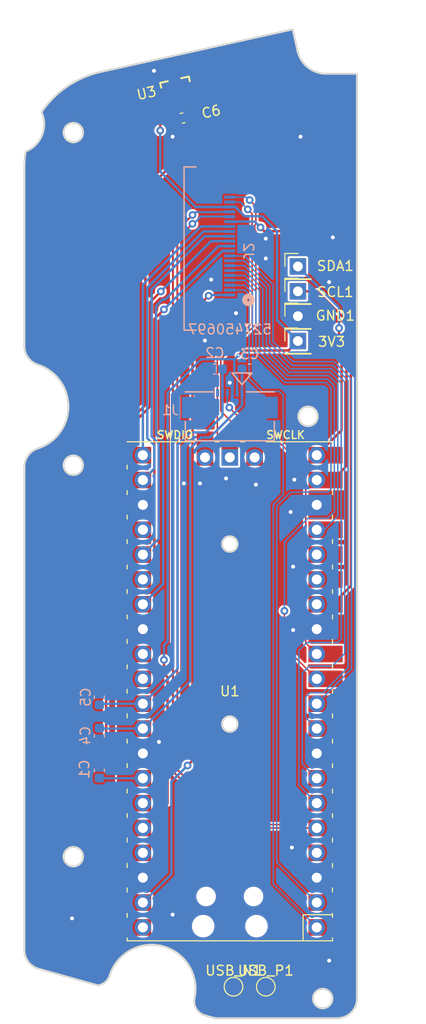
<source format=kicad_pcb>
(kicad_pcb (version 20221018) (generator pcbnew)
  (layers (0 "F.Cu" signal) (31 "B.Cu" signal) (34 "B.Paste" user) (35 "F.Paste" user) (36 "B.SilkS" user "B.Silkscreen") (37 "F.SilkS" user "F.Silkscreen") (38 "B.Mask" user) (39 "F.Mask" user) (44 "Edge.Cuts" user))
  (net 0 "")
  (net 1 "/RZ")
  (net 2 "GND")
  (net 3 "/VR2_OUT")
  (net 4 "/VR1_OUT")
  (net 5 "VCC")
  (net 6 "/A")
  (net 7 "/B")
  (net 8 "/X")
  (net 9 "/Y")
  (net 10 "/MENU")
  (net 11 "/SWITCH")
  (net 12 "/R1")
  (net 13 "/LED")
  (net 14 "/I2C_SDA")
  (net 17 "/I2C_SCL")
  (net 18 "/DISPLAY_SCL")
  (net 19 "/DISPLAY_SDA")
  (net 20 "/DISPLAY_RES")
  (net 21 "/DISPLAY_DC")
  (net 22 "/DISPLAY_CS")
  (net 23 "/USB_P")
  (net 24 "/USB_N")
  (net 25 "+3.3V")
  (net 26 "/PC_SWITCH")
  (net 27 "/SPARE")
  (net 28 "/R3")
  (net 31 "/MPU6050_SDA")
  (net 32 "/MPU6050_SCL")
  (net 39 "/NC")
  (footprint "Connector_PinHeader_2.54mm:PinHeader_1x01_P2.54mm_Vertical" (layer "F.Cu") (at 167.876959 76)
    (fp_text reference "3V3" (at 3.446041 0.073) (layer "F.SilkS"))
    (fp_text value "TestPoint")
    (pad "1" thru_hole rect (at 0 0) (size 1.7 1.7) (drill 1) (layers "*.Cu" "*.Mask") (net 25 "+3.3V"))
  )
  (footprint "Capacitor_SMD:C_0603_1608Metric" (layer "F.Cu") (at 156.083 53.213 -167.5)
    (fp_text reference "C6" (at -2.9892 -0.012272 12.5) (layer "F.SilkS"))
    (fp_text value "0.1uF")
    (pad "1" smd roundrect (at -0.775 0 192.5) (size 0.9 0.95) (layers "F.Cu" "F.Paste" "F.Mask") (net 1 "/RZ"))
    (pad "2" smd roundrect (at 0.775 0 192.5) (size 0.9 0.95) (layers "F.Cu" "F.Paste" "F.Mask") (net 2 "GND"))
  )
  (footprint "TestPoint:TestPoint_Pad_D1.5mm" (layer "F.Cu") (at 164.592 141.986)
    (fp_text reference "USB_P1" (at 0 -1.648) (layer "F.SilkS"))
    (fp_text value "TestPoint")
    (pad "1" smd circle (at 0 0) (size 1.5 1.5) (layers "F.Cu" "F.Mask") (net 23 "/USB_P"))
  )
  (footprint "RPi_Pico:RPi_Pico_SMD_TH" (layer "F.Cu") (at 160.912959 111.795344 180)
    (fp_text reference "U1" (at 0 0) (layer "F.SilkS"))
    (fp_text value "Pico")
    (fp_text user "SWDIO" (at 5.6 26.2) (layer "F.SilkS") (effects (font (size 0.8 0.8))))
    (fp_text user "SWCLK" (at -5.7 26.2) (layer "F.SilkS") (effects (font (size 0.8 0.8))))
    (pad "" np_thru_hole oval (at -2.725 -24 180) (size 1.8 1.8) (drill 1.8) (layers "*.Cu" "*.Mask"))
    (pad "" np_thru_hole oval (at -2.425 -20.97 180) (size 1.5 1.5) (drill 1.5) (layers "*.Cu" "*.Mask"))
    (pad "" np_thru_hole oval (at 2.425 -20.97 180) (size 1.5 1.5) (drill 1.5) (layers "*.Cu" "*.Mask"))
    (pad "" np_thru_hole oval (at 2.725 -24 180) (size 1.8 1.8) (drill 1.8) (layers "*.Cu" "*.Mask"))
    (pad "1" thru_hole oval (at -8.89 -24.13 180) (size 1.7 1.7) (drill 1.02) (layers "*.Cu" "*.Mask") (net 6 "/A"))
    (pad "1" smd rect (at -8.89 -24.13 180) (size 3.5 1.7) (drill (offset -0.9 0)) (layers "F.Cu" "F.Mask") (net 6 "/A"))
    (pad "2" thru_hole oval (at -8.89 -21.59 180) (size 1.7 1.7) (drill 1.02) (layers "*.Cu" "*.Mask") (net 7 "/B"))
    (pad "2" smd rect (at -8.89 -21.59 180) (size 3.5 1.7) (drill (offset -0.9 0)) (layers "F.Cu" "F.Mask") (net 7 "/B"))
    (pad "3" thru_hole rect (at -8.89 -19.05 180) (size 1.7 1.7) (drill 1.02) (layers "*.Cu" "*.Mask") (net 2 "GND"))
    (pad "3" smd rect (at -8.89 -19.05 180) (size 3.5 1.7) (drill (offset -0.9 0)) (layers "F.Cu" "F.Mask") (net 2 "GND"))
    (pad "4" thru_hole oval (at -8.89 -16.51 180) (size 1.7 1.7) (drill 1.02) (layers "*.Cu" "*.Mask") (net 27 "/SPARE"))
    (pad "4" smd rect (at -8.89 -16.51 180) (size 3.5 1.7) (drill (offset -0.9 0)) (layers "F.Cu" "F.Mask") (net 27 "/SPARE"))
    (pad "5" thru_hole oval (at -8.89 -13.97 180) (size 1.7 1.7) (drill 1.02) (layers "*.Cu" "*.Mask") (net 26 "/PC_SWITCH"))
    (pad "5" smd rect (at -8.89 -13.97 180) (size 3.5 1.7) (drill (offset -0.9 0)) (layers "F.Cu" "F.Mask") (net 26 "/PC_SWITCH"))
    (pad "6" thru_hole oval (at -8.89 -11.43 180) (size 1.7 1.7) (drill 1.02) (layers "*.Cu" "*.Mask") (net 10 "/MENU"))
    (pad "6" smd rect (at -8.89 -11.43 180) (size 3.5 1.7) (drill (offset -0.9 0)) (layers "F.Cu" "F.Mask") (net 10 "/MENU"))
    (pad "7" thru_hole oval (at -8.89 -8.89 180) (size 1.7 1.7) (drill 1.02) (layers "*.Cu" "*.Mask") (net 11 "/SWITCH"))
    (pad "7" smd rect (at -8.89 -8.89 180) (size 3.5 1.7) (drill (offset -0.9 0)) (layers "F.Cu" "F.Mask") (net 11 "/SWITCH"))
    (pad "8" thru_hole rect (at -8.89 -6.35 180) (size 1.7 1.7) (drill 1.02) (layers "*.Cu" "*.Mask") (net 2 "GND"))
    (pad "8" smd rect (at -8.89 -6.35 180) (size 3.5 1.7) (drill (offset -0.9 0)) (layers "F.Cu" "F.Mask") (net 2 "GND"))
    (pad "9" thru_hole oval (at -8.89 -3.81 180) (size 1.7 1.7) (drill 1.02) (layers "*.Cu" "*.Mask") (net 12 "/R1"))
    (pad "9" smd rect (at -8.89 -3.81 180) (size 3.5 1.7) (drill (offset -0.9 0)) (layers "F.Cu" "F.Mask") (net 12 "/R1"))
    (pad "10" thru_hole oval (at -8.89 -1.27 180) (size 1.7 1.7) (drill 1.02) (layers "*.Cu" "*.Mask") (net 13 "/LED"))
    (pad "10" smd rect (at -8.89 -1.27 180) (size 3.5 1.7) (drill (offset -0.9 0)) (layers "F.Cu" "F.Mask") (net 13 "/LED"))
    (pad "11" thru_hole oval (at -8.89 1.27 180) (size 1.7 1.7) (drill 1.02) (layers "*.Cu" "*.Mask") (net 8 "/X"))
    (pad "11" smd rect (at -8.89 1.27 180) (size 3.5 1.7) (drill (offset -0.9 0)) (layers "F.Cu" "F.Mask") (net 8 "/X"))
    (pad "12" thru_hole oval (at -8.89 3.81 180) (size 1.7 1.7) (drill 1.02) (layers "*.Cu" "*.Mask") (net 28 "/R3"))
    (pad "12" smd rect (at -8.89 3.81 180) (size 3.5 1.7) (drill (offset -0.9 0)) (layers "F.Cu" "F.Mask") (net 28 "/R3"))
    (pad "13" thru_hole rect (at -8.89 6.35 180) (size 1.7 1.7) (drill 1.02) (layers "*.Cu" "*.Mask") (net 2 "GND"))
    (pad "13" smd rect (at -8.89 6.35 180) (size 3.5 1.7) (drill (offset -0.9 0)) (layers "F.Cu" "F.Mask") (net 2 "GND"))
    (pad "14" thru_hole oval (at -8.89 8.89 180) (size 1.7 1.7) (drill 1.02) (layers "*.Cu" "*.Mask") (net 22 "/DISPLAY_CS"))
    (pad "14" smd rect (at -8.89 8.89 180) (size 3.5 1.7) (drill (offset -0.9 0)) (layers "F.Cu" "F.Mask") (net 22 "/DISPLAY_CS"))
    (pad "15" thru_hole oval (at -8.89 11.43 180) (size 1.7 1.7) (drill 1.02) (layers "*.Cu" "*.Mask"))
    (pad "15" smd rect (at -8.89 11.43 180) (size 3.5 1.7) (drill (offset -0.9 0)) (layers "F.Cu" "F.Mask"))
    (pad "16" thru_hole oval (at -8.89 13.97 180) (size 1.7 1.7) (drill 1.02) (layers "*.Cu" "*.Mask"))
    (pad "16" smd rect (at -8.89 13.97 180) (size 3.5 1.7) (drill (offset -0.9 0)) (layers "F.Cu" "F.Mask"))
    (pad "17" thru_hole oval (at -8.89 16.51 180) (size 1.7 1.7) (drill 1.02) (layers "*.Cu" "*.Mask") (net 9 "/Y"))
    (pad "17" smd rect (at -8.89 16.51 180) (size 3.5 1.7) (drill (offset -0.9 0)) (layers "F.Cu" "F.Mask") (net 9 "/Y"))
    (pad "18" thru_hole rect (at -8.89 19.05 180) (size 1.7 1.7) (drill 1.02) (layers "*.Cu" "*.Mask") (net 2 "GND"))
    (pad "18" smd rect (at -8.89 19.05 180) (size 3.5 1.7) (drill (offset -0.9 0)) (layers "F.Cu" "F.Mask") (net 2 "GND"))
    (pad "19" thru_hole oval (at -8.89 21.59 180) (size 1.7 1.7) (drill 1.02) (layers "*.Cu" "*.Mask") (net 31 "/MPU6050_SDA"))
    (pad "19" smd rect (at -8.89 21.59 180) (size 3.5 1.7) (drill (offset -0.9 0)) (layers "F.Cu" "F.Mask") (net 31 "/MPU6050_SDA"))
    (pad "20" thru_hole oval (at -8.89 24.13 180) (size 1.7 1.7) (drill 1.02) (layers "*.Cu" "*.Mask") (net 32 "/MPU6050_SCL"))
    (pad "20" smd rect (at -8.89 24.13 180) (size 3.5 1.7) (drill (offset -0.9 0)) (layers "F.Cu" "F.Mask") (net 32 "/MPU6050_SCL"))
    (pad "21" thru_hole oval (at 8.89 24.13 180) (size 1.7 1.7) (drill 1.02) (layers "*.Cu" "*.Mask") (net 21 "/DISPLAY_DC"))
    (pad "21" smd rect (at 8.89 24.13 180) (size 3.5 1.7) (drill (offset 0.9 0)) (layers "F.Cu" "F.Mask") (net 21 "/DISPLAY_DC"))
    (pad "22" thru_hole oval (at 8.89 21.59 180) (size 1.7 1.7) (drill 1.02) (layers "*.Cu" "*.Mask") (net 20 "/DISPLAY_RES"))
    (pad "22" smd rect (at 8.89 21.59 180) (size 3.5 1.7) (drill (offset 0.9 0)) (layers "F.Cu" "F.Mask") (net 20 "/DISPLAY_RES"))
    (pad "23" thru_hole rect (at 8.89 19.05 180) (size 1.7 1.7) (drill 1.02) (layers "*.Cu" "*.Mask") (net 2 "GND"))
    (pad "23" smd rect (at 8.89 19.05 180) (size 3.5 1.7) (drill (offset 0.9 0)) (layers "F.Cu" "F.Mask") (net 2 "GND"))
    (pad "24" thru_hole oval (at 8.89 16.51 180) (size 1.7 1.7) (drill 1.02) (layers "*.Cu" "*.Mask") (net 18 "/DISPLAY_SCL"))
    (pad "24" smd rect (at 8.89 16.51 180) (size 3.5 1.7) (drill (offset 0.9 0)) (layers "F.Cu" "F.Mask") (net 18 "/DISPLAY_SCL"))
    (pad "25" thru_hole oval (at 8.89 13.97 180) (size 1.7 1.7) (drill 1.02) (layers "*.Cu" "*.Mask") (net 19 "/DISPLAY_SDA"))
    (pad "25" smd rect (at 8.89 13.97 180) (size 3.5 1.7) (drill (offset 0.9 0)) (layers "F.Cu" "F.Mask") (net 19 "/DISPLAY_SDA"))
    (pad "26" thru_hole oval (at 8.89 11.43 180) (size 1.7 1.7) (drill 1.02) (layers "*.Cu" "*.Mask") (net 14 "/I2C_SDA"))
    (pad "26" smd rect (at 8.89 11.43 180) (size 3.5 1.7) (drill (offset 0.9 0)) (layers "F.Cu" "F.Mask") (net 14 "/I2C_SDA"))
    (pad "27" thru_hole oval (at 8.89 8.89 180) (size 1.7 1.7) (drill 1.02) (layers "*.Cu" "*.Mask") (net 17 "/I2C_SCL"))
    (pad "27" smd rect (at 8.89 8.89 180) (size 3.5 1.7) (drill (offset 0.9 0)) (layers "F.Cu" "F.Mask") (net 17 "/I2C_SCL"))
    (pad "28" thru_hole rect (at 8.89 6.35 180) (size 1.7 1.7) (drill 1.02) (layers "*.Cu" "*.Mask") (net 2 "GND"))
    (pad "28" smd rect (at 8.89 6.35 180) (size 3.5 1.7) (drill (offset 0.9 0)) (layers "F.Cu" "F.Mask") (net 2 "GND"))
    (pad "29" thru_hole oval (at 8.89 3.81 180) (size 1.7 1.7) (drill 1.02) (layers "*.Cu" "*.Mask"))
    (pad "29" smd rect (at 8.89 3.81 180) (size 3.5 1.7) (drill (offset 0.9 0)) (layers "F.Cu" "F.Mask"))
    (pad "30" thru_hole oval (at 8.89 1.27 180) (size 1.7 1.7) (drill 1.02) (layers "*.Cu" "*.Mask"))
    (pad "30" smd rect (at 8.89 1.27 180) (size 3.5 1.7) (drill (offset 0.9 0)) (layers "F.Cu" "F.Mask"))
    (pad "31" thru_hole oval (at 8.89 -1.27 180) (size 1.7 1.7) (drill 1.02) (layers "*.Cu" "*.Mask") (net 3 "/VR2_OUT"))
    (pad "31" smd rect (at 8.89 -1.27 180) (size 3.5 1.7) (drill (offset 0.9 0)) (layers "F.Cu" "F.Mask") (net 3 "/VR2_OUT"))
    (pad "32" thru_hole oval (at 8.89 -3.81 180) (size 1.7 1.7) (drill 1.02) (layers "*.Cu" "*.Mask") (net 4 "/VR1_OUT"))
    (pad "32" smd rect (at 8.89 -3.81 180) (size 3.5 1.7) (drill (offset 0.9 0)) (layers "F.Cu" "F.Mask") (net 4 "/VR1_OUT"))
    (pad "33" thru_hole rect (at 8.89 -6.35 180) (size 1.7 1.7) (drill 1.02) (layers "*.Cu" "*.Mask") (net 2 "GND"))
    (pad "33" smd rect (at 8.89 -6.35 180) (size 3.5 1.7) (drill (offset 0.9 0)) (layers "F.Cu" "F.Mask") (net 2 "GND"))
    (pad "34" thru_hole oval (at 8.89 -8.89 180) (size 1.7 1.7) (drill 1.02) (layers "*.Cu" "*.Mask") (net 1 "/RZ"))
    (pad "34" smd rect (at 8.89 -8.89 180) (size 3.5 1.7) (drill (offset 0.9 0)) (layers "F.Cu" "F.Mask") (net 1 "/RZ"))
    (pad "35" thru_hole oval (at 8.89 -11.43 180) (size 1.7 1.7) (drill 1.02) (layers "*.Cu" "*.Mask"))
    (pad "35" smd rect (at 8.89 -11.43 180) (size 3.5 1.7) (drill (offset 0.9 0)) (layers "F.Cu" "F.Mask"))
    (pad "36" thru_hole oval (at 8.89 -13.97 180) (size 1.7 1.7) (drill 1.02) (layers "*.Cu" "*.Mask") (net 25 "+3.3V"))
    (pad "36" smd rect (at 8.89 -13.97 180) (size 3.5 1.7) (drill (offset 0.9 0)) (layers "F.Cu" "F.Mask") (net 25 "+3.3V"))
    (pad "37" thru_hole oval (at 8.89 -16.51 180) (size 1.7 1.7) (drill 1.02) (layers "*.Cu" "*.Mask"))
    (pad "37" smd rect (at 8.89 -16.51 180) (size 3.5 1.7) (drill (offset 0.9 0)) (layers "F.Cu" "F.Mask"))
    (pad "38" thru_hole rect (at 8.89 -19.05 180) (size 1.7 1.7) (drill 1.02) (layers "*.Cu" "*.Mask") (net 2 "GND"))
    (pad "38" smd rect (at 8.89 -19.05 180) (size 3.5 1.7) (drill (offset 0.9 0)) (layers "F.Cu" "F.Mask") (net 2 "GND"))
    (pad "39" thru_hole oval (at 8.89 -21.59 180) (size 1.7 1.7) (drill 1.02) (layers "*.Cu" "*.Mask") (net 5 "VCC"))
    (pad "39" smd rect (at 8.89 -21.59 180) (size 3.5 1.7) (drill (offset 0.9 0)) (layers "F.Cu" "F.Mask") (net 5 "VCC"))
    (pad "40" thru_hole oval (at 8.89 -24.13 180) (size 1.7 1.7) (drill 1.02) (layers "*.Cu" "*.Mask"))
    (pad "40" smd rect (at 8.89 -24.13 180) (size 3.5 1.7) (drill (offset 0.9 0)) (layers "F.Cu" "F.Mask"))
    (pad "41" thru_hole oval (at -2.54 23.9 180) (size 1.7 1.7) (drill 1.02) (layers "*.Cu" "*.Mask"))
    (pad "41" smd rect (at -2.54 23.9 270) (size 3.5 1.7) (drill (offset -0.9 0)) (layers "F.Cu" "F.Mask"))
    (pad "42" thru_hole rect (at 0 23.9 180) (size 1.7 1.7) (drill 1.02) (layers "*.Cu" "*.Mask"))
    (pad "42" smd rect (at 0 23.9 270) (size 3.5 1.7) (drill (offset -0.9 0)) (layers "F.Cu" "F.Mask"))
    (pad "43" thru_hole oval (at 2.54 23.9 180) (size 1.7 1.7) (drill 1.02) (layers "*.Cu" "*.Mask"))
    (pad "43" smd rect (at 2.54 23.9 270) (size 3.5 1.7) (drill (offset -0.9 0)) (layers "F.Cu" "F.Mask"))
  )
  (footprint "Connector_PinHeader_2.54mm:PinHeader_1x01_P2.54mm_Vertical" (layer "F.Cu") (at 167.876959 70.92)
    (fp_text reference "SCL1" (at 3.827041 0.073) (layer "F.SilkS"))
    (fp_text value "TestPoint")
    (pad "1" thru_hole rect (at 0 0) (size 1.7 1.7) (drill 1) (layers "*.Cu" "*.Mask") (net 31 "/MPU6050_SDA"))
  )
  (footprint "TestPoint:TestPoint_Pad_D1.5mm" (layer "F.Cu") (at 161.29 141.986)
    (fp_text reference "USB_N1" (at 0 -1.648) (layer "F.SilkS"))
    (fp_text value "TestPoint")
    (pad "1" smd circle (at 0 0) (size 1.5 1.5) (layers "F.Cu" "F.Mask") (net 24 "/USB_N"))
  )
  (footprint "Connector_PinHeader_2.54mm:PinHeader_1x01_P2.54mm_Vertical" (layer "F.Cu") (at 167.876959 73.46)
    (fp_text reference "GND1" (at 3.827041 -0.054) (layer "F.SilkS"))
    (fp_text value "TestPoint")
    (pad "1" thru_hole rect (at 0 0) (size 1.7 1.7) (drill 1) (layers "*.Cu" "*.Mask") (net 2 "GND"))
  )
  (footprint "Parts:DBZ0003A_N" (layer "F.Cu") (at 155.403793 49.976999 102.5)
    (fp_text reference "U3" (at -0.029363 -3.083233 12.5 unlocked) (layer "F.SilkS"))
    (fp_text value "DRV5053OAQDBZR")
    (pad "1" smd rect (at -1.2 -0.950001 192.5) (size 0.599999 1) (layers "F.Cu" "F.Paste" "F.Mask") (net 25 "+3.3V"))
    (pad "2" smd rect (at -1.2 0.949998 192.5) (size 0.599999 1) (layers "F.Cu" "F.Paste" "F.Mask") (net 1 "/RZ"))
    (pad "3" smd rect (at 1.2 0 192.5) (size 0.599999 1) (layers "F.Cu" "F.Paste" "F.Mask") (net 2 "GND"))
  )
  (footprint "Connector_PinHeader_2.54mm:PinHeader_1x01_P2.54mm_Vertical" (layer "F.Cu") (at 167.876959 68.38)
    (fp_text reference "SDA1" (at 3.827041 -0.054) (layer "F.SilkS"))
    (fp_text value "TestPoint")
    (pad "1" thru_hole rect (at 0 0) (size 1.7 1.7) (drill 1) (layers "*.Cu" "*.Mask") (net 32 "/MPU6050_SCL"))
  )
  (footprint "Capacitor_SMD:C_0603_1608Metric" (layer "B.Cu") (at 162.928 78.867)
    (fp_text reference "C3" (at 0.013 -1.524) (layer "B.SilkS") (effects (justify mirror)))
    (fp_text value "0.1uF")
    (pad "1" smd roundrect (at -0.775 0) (size 0.9 0.95) (layers "B.Cu" "B.Paste" "B.Mask") (net 4 "/VR1_OUT"))
    (pad "2" smd roundrect (at 0.775 0) (size 0.9 0.95) (layers "B.Cu" "B.Paste" "B.Mask") (net 2 "GND"))
  )
  (footprint "Capacitor_SMD:C_0603_1608Metric" (layer "B.Cu") (at 159.385 78.867 180)
    (fp_text reference "C2" (at 0 1.651) (layer "B.SilkS") (effects (justify mirror)))
    (fp_text value "0.1uF")
    (pad "1" smd roundrect (at -0.775 0 180) (size 0.9 0.95) (layers "B.Cu" "B.Paste" "B.Mask") (net 3 "/VR2_OUT"))
    (pad "2" smd roundrect (at 0.775 0 180) (size 0.9 0.95) (layers "B.Cu" "B.Paste" "B.Mask") (net 2 "GND"))
  )
  (footprint "Parts:CON_527450697_MOL" (layer "B.Cu") (at 160.912959 83.696344 180)
    (fp_text reference "J1" (at 6.099959 0.638344 unlocked) (layer "B.SilkS") (effects (justify mirror)))
    (fp_text value "527450697")
    (fp_text user "527450697" (at 0 8.89 unlocked) (layer "B.SilkS") (effects (justify mirror)))
    (fp_poly (pts (xy -3.8 2) (xy -4.9 2) (xy -4.9 -0.2) (xy -3.8 -0.2)) (fill solid) (layer "B.Cu"))
    (fp_poly (pts (xy 3.8 2) (xy 4.9 2) (xy 4.9 -0.2) (xy 3.8 -0.2)) (fill solid) (layer "B.Cu"))
    (pad "1" smd rect (at -1.249997 2.4 180) (size 0.3 0.8) (layers "B.Cu" "B.Paste" "B.Mask") (net 4 "/VR1_OUT"))
    (pad "2" smd rect (at -0.749998 2.4 180) (size 0.3 0.8) (layers "B.Cu" "B.Paste" "B.Mask") (net 25 "+3.3V"))
    (pad "3" smd rect (at -0.249997 2.4 180) (size 0.3 0.8) (layers "B.Cu" "B.Paste" "B.Mask") (net 2 "GND"))
    (pad "4" smd rect (at 0.250002 2.4 180) (size 0.3 0.8) (layers "B.Cu" "B.Paste" "B.Mask") (net 28 "/R3"))
    (pad "5" smd rect (at 0.750004 2.4 180) (size 0.3 0.8) (layers "B.Cu" "B.Paste" "B.Mask") (net 3 "/VR2_OUT"))
    (pad "6" smd rect (at 1.250003 2.4 180) (size 0.3 0.8) (layers "B.Cu" "B.Paste" "B.Mask") (net 39 "/NC"))
    (pad "P1" smd rect (at -3.149997 0.475 180) (size 1.3 3.049999) (layers "B.Cu" "B.Paste" "B.Mask") (net 2 "GND"))
    (pad "P2" smd rect (at 3.149997 0.475 180) (size 1.3 3.049999) (layers "B.Cu" "B.Paste" "B.Mask") (net 2 "GND"))
  )
  (footprint "Capacitor_SMD:C_0603_1608Metric" (layer "B.Cu") (at 147.574 119.888 90)
    (fp_text reference "C1" (at 0.127 -1.524 90) (layer "B.SilkS") (effects (justify mirror)))
    (fp_text value "0.1uF")
    (pad "1" smd roundrect (at -0.775 0 90) (size 0.9 0.95) (layers "B.Cu" "B.Paste" "B.Mask") (net 1 "/RZ"))
    (pad "2" smd roundrect (at 0.775 0 90) (size 0.9 0.95) (layers "B.Cu" "B.Paste" "B.Mask") (net 2 "GND"))
  )
  (footprint "Capacitor_SMD:C_0603_1608Metric" (layer "B.Cu") (at 147.574 112.408 90)
    (fp_text reference "C5" (at 0.013 -1.397 90) (layer "B.SilkS") (effects (justify mirror)))
    (fp_text value "0.1uF")
    (pad "1" smd roundrect (at -0.775 0 90) (size 0.9 0.95) (layers "B.Cu" "B.Paste" "B.Mask") (net 3 "/VR2_OUT"))
    (pad "2" smd roundrect (at 0.775 0 90) (size 0.9 0.95) (layers "B.Cu" "B.Paste" "B.Mask") (net 2 "GND"))
  )
  (footprint "Capacitor_SMD:C_0603_1608Metric" (layer "B.Cu") (at 147.574 116.332 -90)
    (fp_text reference "C4" (at 0 1.43 90) (layer "B.SilkS") (effects (justify mirror)))
    (fp_text value "0.1uF")
    (pad "1" smd roundrect (at -0.775 0 270) (size 0.9 0.95) (layers "B.Cu" "B.Paste" "B.Mask") (net 4 "/VR1_OUT"))
    (pad "2" smd roundrect (at 0.775 0 270) (size 0.9 0.95) (layers "B.Cu" "B.Paste" "B.Mask") (net 2 "GND"))
  )
  (footprint "Parts:CONN22_2-1734592-2" (layer "B.Cu") (at 160.912959 71.796344 90)
    (fp_text reference "J2" (at 4.994344 1.901041 270 unlocked) (layer "B.SilkS") (effects (justify mirror)))
    (fp_text value "2-1734592-2")
    (pad "1" smd rect (at 0 0 90) (size 0.3048 1.1176) (layers "B.Cu" "B.Paste" "B.Mask") (net 2 "GND"))
    (pad "2" smd rect (at 0.499999 0 90) (size 0.3048 1.1176) (layers "B.Cu" "B.Paste" "B.Mask") (net 5 "VCC"))
    (pad "3" smd rect (at 1.000001 0 90) (size 0.3048 1.1176) (layers "B.Cu" "B.Paste" "B.Mask") (net 6 "/A"))
    (pad "4" smd rect (at 1.5 0 90) (size 0.3048 1.1176) (layers "B.Cu" "B.Paste" "B.Mask") (net 7 "/B"))
    (pad "5" smd rect (at 1.999999 0 90) (size 0.3048 1.1176) (layers "B.Cu" "B.Paste" "B.Mask") (net 8 "/X"))
    (pad "6" smd rect (at 2.5 0 90) (size 0.3048 1.1176) (layers "B.Cu" "B.Paste" "B.Mask") (net 9 "/Y"))
    (pad "7" smd rect (at 2.999999 0 90) (size 0.3048 1.1176) (layers "B.Cu" "B.Paste" "B.Mask") (net 10 "/MENU"))
    (pad "8" smd rect (at 3.500001 0 90) (size 0.3048 1.1176) (layers "B.Cu" "B.Paste" "B.Mask") (net 11 "/SWITCH"))
    (pad "9" smd rect (at 4 0 90) (size 0.3048 1.1176) (layers "B.Cu" "B.Paste" "B.Mask") (net 12 "/R1"))
    (pad "10" smd rect (at 4.499999 0 90) (size 0.3048 1.1176) (layers "B.Cu" "B.Paste" "B.Mask") (net 13 "/LED"))
    (pad "11" smd rect (at 5 0 90) (size 0.3048 1.1176) (layers "B.Cu" "B.Paste" "B.Mask") (net 14 "/I2C_SDA"))
    (pad "12" smd rect (at 5.499999 0 90) (size 0.3048 1.1176) (layers "B.Cu" "B.Paste" "B.Mask") (net 17 "/I2C_SCL"))
    (pad "13" smd rect (at 6.000001 0 90) (size 0.3048 1.1176) (layers "B.Cu" "B.Paste" "B.Mask") (net 18 "/DISPLAY_SCL"))
    (pad "14" smd rect (at 6.5 0 90) (size 0.3048 1.1176) (layers "B.Cu" "B.Paste" "B.Mask") (net 19 "/DISPLAY_SDA"))
    (pad "15" smd rect (at 6.999999 0 90) (size 0.3048 1.1176) (layers "B.Cu" "B.Paste" "B.Mask") (net 20 "/DISPLAY_RES"))
    (pad "16" smd rect (at 7.5 0 90) (size 0.3048 1.1176) (layers "B.Cu" "B.Paste" "B.Mask") (net 21 "/DISPLAY_DC"))
    (pad "17" smd rect (at 7.999999 0 90) (size 0.3048 1.1176) (layers "B.Cu" "B.Paste" "B.Mask") (net 22 "/DISPLAY_CS"))
    (pad "18" smd rect (at 8.500001 0 90) (size 0.3048 1.1176) (layers "B.Cu" "B.Paste" "B.Mask") (net 23 "/USB_P"))
    (pad "19" smd rect (at 9 0 90) (size 0.3048 1.1176) (layers "B.Cu" "B.Paste" "B.Mask") (net 24 "/USB_N"))
    (pad "20" smd rect (at 9.499999 0 90) (size 0.3048 1.1176) (layers "B.Cu" "B.Paste" "B.Mask") (net 25 "+3.3V"))
    (pad "21" smd rect (at 10 0 90) (size 0.3048 1.1176) (layers "B.Cu" "B.Paste" "B.Mask") (net 26 "/PC_SWITCH"))
    (pad "22" smd rect (at 10.499999 0 90) (size 0.3048 1.1176) (layers "B.Cu" "B.Paste" "B.Mask") (net 27 "/SPARE"))
    (pad "23" smd rect (at -1.665 -1.699999) (size 3.1242 2.3114) (layers "B.Cu" "B.Paste" "B.Mask") (net 2 "GND"))
    (pad "24" smd rect (at 12.165 -1.699999) (size 3.1242 2.3114) (layers "B.Cu" "B.Paste" "B.Mask") (net 2 "GND"))
  )
  (gr_line (start 139.912959 76.511686) (end 139.912959 58.259811) (stroke (width 0.2)) (layer "Edge.Cuts"))
  (gr_arc (start 148.628471 140.820422) (mid 148.172376 141.504179) (end 147.424427 141.844944) (stroke (width 0.2)) (layer "Edge.Cuts"))
  (gr_circle (center 160.912959 96.746344) (end 161.712959 96.746344) (stroke (width 0.2)) (fill none) (layer "Edge.Cuts"))
  (gr_arc (start 170.757441 48.690637) (mid 168.879682 48.030283) (end 167.828553 46.339956) (stroke (width 0.2)) (layer "Edge.Cuts"))
  (gr_line (start 139.912959 138.224812) (end 139.912959 88.881002) (stroke (width 0.2)) (layer "Edge.Cuts"))
  (gr_line (start 159.129171 145.122272) (end 158.372641 144.910443) (stroke (width 0.2)) (layer "Edge.Cuts"))
  (gr_line (start 147.424427 141.844944) (end 141.373699 140.15074) (stroke (width 0.2)) (layer "Edge.Cuts"))
  (gr_line (start 167.343655 44.152724) (end 167.828553 46.339956) (stroke (width 0.2)) (layer "Edge.Cuts"))
  (gr_arc (start 159.668431 145.196344) (mid 159.39627 145.177736) (end 159.129171 145.122272) (stroke (width 0.2)) (layer "Edge.Cuts"))
  (gr_arc (start 141.297574 78.414657) (mid 140.295744 77.688382) (end 139.912959 76.511686) (stroke (width 0.2)) (layer "Edge.Cuts"))
  (gr_arc (start 141.667166 52.602347) (mid 144.317713 49.971675) (end 147.748563 48.496851) (stroke (width 0.2)) (layer "Edge.Cuts"))
  (gr_arc (start 141.297574 78.414657) (mid 144.412959 82.696344) (end 141.297574 86.978031) (stroke (width 0.2)) (layer "Edge.Cuts"))
  (gr_arc (start 139.912959 88.881002) (mid 140.295745 87.704306) (end 141.297574 86.978031) (stroke (width 0.2)) (layer "Edge.Cuts"))
  (gr_arc (start 141.373699 140.15074) (mid 140.319454 139.433423) (end 139.912959 138.224812) (stroke (width 0.2)) (layer "Edge.Cuts"))
  (gr_arc (start 148.628471 140.820422) (mid 154.078425 137.849887) (end 157.311054 143.148584) (stroke (width 0.2)) (layer "Edge.Cuts"))
  (gr_arc (start 139.912959 58.259811) (mid 139.946196 57.445209) (end 140.045674 56.636021) (stroke (width 0.2)) (layer "Edge.Cuts"))
  (gr_line (start 171.912959 145.196344) (end 159.668431 145.196344) (stroke (width 0.2)) (layer "Edge.Cuts"))
  (gr_line (start 147.748563 48.496851) (end 156.788812 46.492676) (stroke (width 0.2)) (layer "Edge.Cuts"))
  (gr_circle (center 160.912959 115.146344) (end 161.712959 115.146344) (stroke (width 0.2)) (fill none) (layer "Edge.Cuts"))
  (gr_circle (center 168.912959 83.696344) (end 169.912959 83.696344) (stroke (width 0.2)) (fill none) (layer "Edge.Cuts"))
  (gr_circle (center 144.912959 88.696344) (end 145.912959 88.696344) (stroke (width 0.2)) (fill none) (layer "Edge.Cuts"))
  (gr_line (start 156.788812 46.492676) (end 167.343655 44.152724) (stroke (width 0.2)) (layer "Edge.Cuts"))
  (gr_circle (center 170.412959 143.196344) (end 171.412959 143.196344) (stroke (width 0.2)) (fill none) (layer "Edge.Cuts"))
  (gr_line (start 170.757441 48.690637) (end 173.912959 48.690637) (stroke (width 0.2)) (layer "Edge.Cuts"))
  (gr_line (start 173.912959 48.690637) (end 173.912959 143.196344) (stroke (width 0.2)) (layer "Edge.Cuts"))
  (gr_arc (start 158.372641 144.910443) (mid 157.492288 144.240136) (end 157.311054 143.148584) (stroke (width 0.2)) (layer "Edge.Cuts"))
  (gr_circle (center 144.912959 128.696344) (end 145.912959 128.696344) (stroke (width 0.2)) (fill none) (layer "Edge.Cuts"))
  (gr_arc (start 141.667166 52.602347) (mid 141.721517 54.966943) (end 140.045674 56.636021) (stroke (width 0.2)) (layer "Edge.Cuts"))
  (gr_arc (start 173.912959 143.196344) (mid 173.327173 144.610558) (end 171.912959 145.196344) (stroke (width 0.2)) (layer "Edge.Cuts"))
  (gr_circle (center 144.912959 54.696344) (end 145.912959 54.696344) (stroke (width 0.2)) (fill none) (layer "Edge.Cuts"))
  (segment (start 156.845 51.943) (end 156.845 53.039888) (width 0.25) (layer "F.Cu") (net 1))
  (segment (start 152.273 60.706) (end 152.273 82.548604) (width 0.25) (layer "F.Cu") (net 1))
  (segment (start 156.845 53.039888) (end 156.839629 53.045259) (width 0.25) (layer "F.Cu") (net 1))
  (segment (start 156.839629 56.139371) (end 152.273 60.706) (width 0.25) (layer "F.Cu") (net 1))
  (segment (start 148.267 86.554604) (end 148.267 118.539385) (width 0.25) (layer "F.Cu") (net 1))
  (segment (start 150.412959 120.685344) (end 152.022959 120.685344) (width 0.25) (layer "F.Cu") (net 1))
  (segment (start 156.591 51.689) (end 156.845 51.943) (width 0.25) (layer "F.Cu") (net 1))
  (segment (start 156.591 50.942937) (end 156.591 51.689) (width 0.25) (layer "F.Cu") (net 1))
  (segment (start 156.839629 53.045259) (end 156.839629 56.139371) (width 0.25) (layer "F.Cu") (net 1))
  (segment (start 148.267 118.539385) (end 150.412959 120.685344) (width 0.25) (layer "F.Cu") (net 1))
  (segment (start 152.273 82.548604) (end 148.267 86.554604) (width 0.25) (layer "F.Cu") (net 1))
  (segment (start 147.596344 120.685344) (end 152.022959 120.685344) (width 0.25) (layer "B.Cu") (net 1))
  (segment (start 147.574 120.663) (end 147.596344 120.685344) (width 0.25) (layer "B.Cu") (net 1))
  (via (at 168.148 55.118) (size 0.8) (drill 0.4) (layers "F.Cu" "B.Cu") (net 2))
  (via (at 164.592 67.564) (size 0.8) (drill 0.4) (layers "F.Cu" "B.Cu") (net 2))
  (via (at 171.069 139.319) (size 0.8) (drill 0.4) (layers "F.Cu" "B.Cu") (net 2))
  (via (at 167.132 93.472) (size 0.8) (drill 0.4) (layers "F.Cu" "B.Cu") (net 2))
  (via (at 160.528 90.043) (size 0.8) (drill 0.4) (layers "F.Cu" "B.Cu") (net 2))
  (via (at 155.067 55.118) (size 0.8) (drill 0.4) (layers "F.Cu" "B.Cu") (net 2))
  (via (at 167.513 90.17) (size 0.8) (drill 0.4) (layers "F.Cu" "B.Cu") (net 2))
  (via (at 156.21 90.551) (size 0.8) (drill 0.4) (layers "F.Cu" "B.Cu") (net 2))
  (via (at 167.386 105.537) (size 0.8) (drill 0.4) (layers "F.Cu" "B.Cu") (net 2))
  (via (at 160.909 80.264) (size 0.8) (drill 0.4) (layers "F.Cu" "B.Cu") (net 2))
  (via (at 167.386 99.06) (size 0.8) (drill 0.4) (layers "F.Cu" "B.Cu") (net 2))
  (via (at 171.45 65.405) (size 0.8) (drill 0.4) (layers "F.Cu" "B.Cu") (net 2))
  (via (at 159.004 69.723) (size 0.8) (drill 0.4) (layers "F.Cu" "B.Cu") (net 2))
  (via (at 167.259 127.762) (size 0.8) (drill 0.4) (layers "F.Cu" "B.Cu") (net 2))
  (via (at 163.576 90.678) (size 0.8) (drill 0.4) (layers "F.Cu" "B.Cu") (net 2))
  (via (at 164.592 65.532) (size 0.8) (drill 0.4) (layers "F.Cu" "B.Cu") (net 2))
  (via (at 158.369 75.946) (size 0.8) (drill 0.4) (layers "F.Cu" "B.Cu") (net 2))
  (via (at 161.544 73.152) (size 0.8) (drill 0.4) (layers "F.Cu" "B.Cu") (net 2))
  (via (at 153.67 116.967) (size 0.8) (drill 0.4) (layers "F.Cu" "B.Cu") (net 2))
  (via (at 171.069 69.977) (size 0.8) (drill 0.4) (layers "F.Cu" "B.Cu") (net 2))
  (via (at 144.78 135.001) (size 0.8) (drill 0.4) (layers "F.Cu" "B.Cu") (net 2))
  (via (at 153.162 48.387) (size 0.8) (drill 0.4) (layers "F.Cu" "B.Cu") (net 2))
  (via (at 155.067 134.62) (size 0.8) (drill 0.4) (layers "F.Cu" "B.Cu") (net 2))
  (via (at 157.861 90.551) (size 0.8) (drill 0.4) (layers "F.Cu" "B.Cu") (net 2))
  (segment (start 155.575 109.513303) (end 152.022959 113.065344) (width 0.25) (layer "B.Cu") (net 3))
  (segment (start 160.16 78.867) (end 160.16 83.649305) (width 0.25) (layer "B.Cu") (net 3))
  (segment (start 156.845 85.344) (end 155.575 86.614) (width 0.25) (layer "B.Cu") (net 3))
  (segment (start 160.162955 81.296344) (end 160.162955 78.869955) (width 0.25) (layer "B.Cu") (net 3))
  (segment (start 155.575 86.614) (end 155.575 109.513303) (width 0.25) (layer "B.Cu") (net 3))
  (segment (start 147.574 113.183) (end 147.691656 113.065344) (width 0.25) (layer "B.Cu") (net 3))
  (segment (start 147.691656 113.065344) (end 152.022959 113.065344) (width 0.25) (layer "B.Cu") (net 3))
  (segment (start 160.16 83.649305) (end 158.465305 85.344) (width 0.25) (layer "B.Cu") (net 3))
  (segment (start 158.465305 85.344) (end 156.845 85.344) (width 0.25) (layer "B.Cu") (net 3))
  (segment (start 160.162955 78.869955) (end 160.16 78.867) (width 0.25) (layer "B.Cu") (net 3))
  (segment (start 162.162956 78.876956) (end 162.153 78.867) (width 0.25) (layer "B.Cu") (net 4))
  (segment (start 162.162956 82.566044) (end 158.877 85.852) (width 0.25) (layer "B.Cu") (net 4))
  (segment (start 162.162956 81.296344) (end 162.162956 82.566044) (width 0.25) (layer "B.Cu") (net 4))
  (segment (start 162.162956 81.296344) (end 162.162956 78.876956) (width 0.25) (layer "B.Cu") (net 4))
  (segment (start 147.622344 115.605344) (end 152.022959 115.605344) (width 0.25) (layer "B.Cu") (net 4))
  (segment (start 157.988 85.852) (end 156.845 86.995) (width 0.25) (layer "B.Cu") (net 4))
  (segment (start 156.845 110.783303) (end 152.022959 115.605344) (width 0.25) (layer "B.Cu") (net 4))
  (segment (start 147.574 115.557) (end 147.622344 115.605344) (width 0.25) (layer "B.Cu") (net 4))
  (segment (start 156.845 86.995) (end 156.845 110.783303) (width 0.25) (layer "B.Cu") (net 4))
  (segment (start 158.877 85.852) (end 157.988 85.852) (width 0.25) (layer "B.Cu") (net 4))
  (segment (start 157.099 73.025) (end 158.75 71.374) (width 0.25) (layer "F.Cu") (net 5))
  (segment (start 157.099 118.872) (end 157.099 73.025) (width 0.25) (layer "F.Cu") (net 5))
  (segment (start 156.591 119.38) (end 157.099 118.872) (width 0.25) (layer "F.Cu") (net 5))
  (via (at 158.75 71.374) (size 0.8) (drill 0.4) (layers "F.Cu" "B.Cu") (net 5))
  (via (at 156.591 119.38) (size 0.8) (drill 0.4) (layers "F.Cu" "B.Cu") (net 5))
  (segment (start 154.94 121.031) (end 154.94 130.468303) (width 0.25) (layer "B.Cu") (net 5))
  (segment (start 156.591 119.38) (end 154.94 121.031) (width 0.25) (layer "B.Cu") (net 5))
  (segment (start 160.912959 71.296345) (end 158.827655 71.296345) (width 0.25) (layer "B.Cu") (net 5))
  (segment (start 158.827655 71.296345) (end 158.75 71.374) (width 0.25) (layer "B.Cu") (net 5))
  (segment (start 154.94 130.468303) (end 152.022959 133.385344) (width 0.25) (layer "B.Cu") (net 5))
  (segment (start 165.354 92.71) (end 165.354 95.885) (width 0.15) (layer "B.Cu") (net 6))
  (segment (start 160.912959 70.796343) (end 162.434343 70.796343) (width 0.15) (layer "B.Cu") (net 6))
  (segment (start 165.357344 131.479729) (end 169.802959 135.925344) (width 0.15) (layer "B.Cu") (net 6))
  (segment (start 162.434343 70.796343) (end 162.885 71.247) (width 0.15) (layer "B.Cu") (net 6))
  (segment (start 164.211 81.153) (end 165.989 81.153) (width 0.15) (layer "B.Cu") (net 6))
  (segment (start 165.357344 95.888344) (end 165.357344 131.479729) (width 0.15) (layer "B.Cu") (net 6))
  (segment (start 162.885 71.247) (end 162.885 79.827) (width 0.15) (layer "B.Cu") (net 6))
  (segment (start 162.885 79.827) (end 164.211 81.153) (width 0.15) (layer "B.Cu") (net 6))
  (segment (start 166.37 91.694) (end 165.354 92.71) (width 0.15) (layer "B.Cu") (net 6))
  (segment (start 166.37 81.534) (end 166.37 91.694) (width 0.15) (layer "B.Cu") (net 6))
  (segment (start 165.354 95.885) (end 165.357344 95.888344) (width 0.15) (layer "B.Cu") (net 6))
  (segment (start 165.989 81.153) (end 166.37 81.534) (width 0.15) (layer "B.Cu") (net 6))
  (segment (start 160.912959 70.296344) (end 162.429318 70.296344) (width 0.15) (layer "B.Cu") (net 7))
  (segment (start 163.235 76.949896) (end 166.521103 80.236) (width 0.15) (layer "B.Cu") (net 7))
  (segment (start 167.118974 91.44) (end 165.707344 92.85163) (width 0.15) (layer "B.Cu") (net 7))
  (segment (start 162.429318 70.296344) (end 163.235 71.102026) (width 0.15) (layer "B.Cu") (net 7))
  (segment (start 171.255 80.752844) (end 171.255 91.127) (width 0.15) (layer "B.Cu") (net 7))
  (segment (start 166.521103 80.236) (end 170.738156 80.236) (width 0.15) (layer "B.Cu") (net 7))
  (segment (start 163.235 71.102026) (end 163.235 76.949896) (width 0.15) (layer "B.Cu") (net 7))
  (segment (start 165.707344 129.289729) (end 169.802959 133.385344) (width 0.15) (layer "B.Cu") (net 7))
  (segment (start 170.942 91.44) (end 167.118974 91.44) (width 0.15) (layer "B.Cu") (net 7))
  (segment (start 171.255 91.127) (end 170.942 91.44) (width 0.15) (layer "B.Cu") (net 7))
  (segment (start 170.738156 80.236) (end 171.255 80.752844) (width 0.15) (layer "B.Cu") (net 7))
  (segment (start 165.707344 92.85163) (end 165.707344 129.289729) (width 0.15) (layer "B.Cu") (net 7))
  (segment (start 166.497 107.219385) (end 169.802959 110.525344) (width 0.15) (layer "F.Cu") (net 8))
  (segment (start 166.497 103.580347) (end 166.497 107.219385) (width 0.15) (layer "F.Cu") (net 8))
  (via (at 166.497 103.580347) (size 0.8) (drill 0.4) (layers "F.Cu" "B.Cu") (net 8))
  (segment (start 170.942 94.107) (end 171.605 93.444) (width 0.15) (layer "B.Cu") (net 8))
  (segment (start 168.91 94.107) (end 170.942 94.107) (width 0.15) (layer "B.Cu") (net 8))
  (segment (start 170.88313 79.886) (end 166.666077 79.886) (width 0.15) (layer "B.Cu") (net 8))
  (segment (start 162.424293 69.796345) (end 160.912959 69.796345) (width 0.15) (layer "B.Cu") (net 8))
  (segment (start 163.585 76.804922) (end 163.585 70.957052) (width 0.15) (layer "B.Cu") (net 8))
  (segment (start 171.605 93.444) (end 171.605 80.60787) (width 0.15) (layer "B.Cu") (net 8))
  (segment (start 171.605 80.60787) (end 170.88313 79.886) (width 0.15) (layer "B.Cu") (net 8))
  (segment (start 166.497 103.580347) (end 166.497 96.52) (width 0.15) (layer "B.Cu") (net 8))
  (segment (start 166.497 96.52) (end 168.91 94.107) (width 0.15) (layer "B.Cu") (net 8))
  (segment (start 166.666077 79.886) (end 163.585 76.804922) (width 0.15) (layer "B.Cu") (net 8))
  (segment (start 163.585 70.957052) (end 162.424293 69.796345) (width 0.15) (layer "B.Cu") (net 8))
  (segment (start 171.955 80.462896) (end 171.955 93.875652) (width 0.15) (layer "B.Cu") (net 9))
  (segment (start 166.811051 79.536) (end 171.028104 79.536) (width 0.15) (layer "B.Cu") (net 9))
  (segment (start 171.028104 79.536) (end 171.955 80.462896) (width 0.15) (layer "B.Cu") (net 9))
  (segment (start 163.935 76.659948) (end 166.811051 79.536) (width 0.15) (layer "B.Cu") (net 9))
  (segment (start 163.935 70.812078) (end 163.935 76.659948) (width 0.15) (layer "B.Cu") (net 9))
  (segment (start 160.912959 69.296344) (end 162.419266 69.296344) (width 0.15) (layer "B.Cu") (net 9))
  (segment (start 170.545308 95.285344) (end 169.802959 95.285344) (width 0.15) (layer "B.Cu") (net 9))
  (segment (start 162.419266 69.296344) (end 163.935 70.812078) (width 0.15) (layer "B.Cu") (net 9))
  (segment (start 171.955 93.875652) (end 170.545308 95.285344) (width 0.15) (layer "B.Cu") (net 9))
  (segment (start 172.305 80.317922) (end 172.305 106.46) (width 0.15) (layer "B.Cu") (net 10))
  (segment (start 171.958 106.807) (end 168.783 106.807) (width 0.15) (layer "B.Cu") (net 10))
  (segment (start 162.414241 68.796345) (end 164.285 70.667104) (width 0.15) (layer "B.Cu") (net 10))
  (segment (start 160.912959 68.796345) (end 162.414241 68.796345) (width 0.15) (layer "B.Cu") (net 10))
  (segment (start 167.977959 121.400344) (end 169.802959 123.225344) (width 0.15) (layer "B.Cu") (net 10))
  (segment (start 171.173078 79.186) (end 172.305 80.317922) (width 0.15) (layer "B.Cu") (net 10))
  (segment (start 164.285 70.667104) (end 164.285 76.514974) (width 0.15) (layer "B.Cu") (net 10))
  (segment (start 167.977959 107.612041) (end 167.977959 121.400344) (width 0.15) (layer "B.Cu") (net 10))
  (segment (start 164.285 76.514974) (end 166.956026 79.186) (width 0.15) (layer "B.Cu") (net 10))
  (segment (start 172.305 106.46) (end 171.958 106.807) (width 0.15) (layer "B.Cu") (net 10))
  (segment (start 166.956026 79.186) (end 171.173078 79.186) (width 0.15) (layer "B.Cu") (net 10))
  (segment (start 168.783 106.807) (end 167.977959 107.612041) (width 0.15) (layer "B.Cu") (net 10))
  (segment (start 162.409213 68.296343) (end 164.635 70.52213) (width 0.15) (layer "B.Cu") (net 11))
  (segment (start 167.101 78.836) (end 171.318052 78.836) (width 0.15) (layer "B.Cu") (net 11))
  (segment (start 168.327959 109.929041) (end 168.327959 119.210344) (width 0.15) (layer "B.Cu") (net 11))
  (segment (start 160.912959 68.296343) (end 162.409213 68.296343) (width 0.15) (layer "B.Cu") (net 11))
  (segment (start 169.037 109.22) (end 168.327959 109.929041) (width 0.15) (layer "B.Cu") (net 11))
  (segment (start 171.385 109.22) (end 169.037 109.22) (width 0.15) (layer "B.Cu") (net 11))
  (segment (start 164.635 76.37) (end 167.101 78.836) (width 0.15) (layer "B.Cu") (net 11))
  (segment (start 171.318052 78.836) (end 172.655 80.172948) (width 0.15) (layer "B.Cu") (net 11))
  (segment (start 168.327959 119.210344) (end 169.802959 120.685344) (width 0.15) (layer "B.Cu") (net 11))
  (segment (start 172.655 107.95) (end 171.385 109.22) (width 0.15) (layer "B.Cu") (net 11))
  (segment (start 164.635 70.52213) (end 164.635 76.37) (width 0.15) (layer "B.Cu") (net 11))
  (segment (start 172.655 80.172948) (end 172.655 107.95) (width 0.15) (layer "B.Cu") (net 11))
  (segment (start 167.272026 78.486) (end 171.463026 78.486) (width 0.15) (layer "B.Cu") (net 12))
  (segment (start 168.677959 114.480344) (end 169.802959 115.605344) (width 0.15) (layer "B.Cu") (net 12))
  (segment (start 170.432985 111.940344) (end 169.110656 111.940344) (width 0.15) (layer "B.Cu") (net 12))
  (segment (start 169.110656 111.940344) (end 168.677959 112.373041) (width 0.15) (layer "B.Cu") (net 12))
  (segment (start 160.912959 67.796344) (end 162.404188 67.796344) (width 0.15) (layer "B.Cu") (net 12))
  (segment (start 168.677959 112.373041) (end 168.677959 114.480344) (width 0.15) (layer "B.Cu") (net 12))
  (segment (start 171.463026 78.486) (end 173.005 80.027974) (width 0.15) (layer "B.Cu") (net 12))
  (segment (start 173.005 109.368329) (end 170.432985 111.940344) (width 0.15) (layer "B.Cu") (net 12))
  (segment (start 173.005 80.027974) (end 173.005 109.368329) (width 0.15) (layer "B.Cu") (net 12))
  (segment (start 162.404188 67.796344) (end 164.985 70.377156) (width 0.15) (layer "B.Cu") (net 12))
  (segment (start 164.985 76.198974) (end 167.272026 78.486) (width 0.15) (layer "B.Cu") (net 12))
  (segment (start 164.985 70.377156) (end 164.985 76.198974) (width 0.15) (layer "B.Cu") (net 12))
  (segment (start 165.335 76.054) (end 167.386 78.105) (width 0.15) (layer "B.Cu") (net 13))
  (segment (start 161.687815 67.31) (end 162.412818 67.31) (width 0.15) (layer "B.Cu") (net 13))
  (segment (start 161.67416 67.296345) (end 161.687815 67.31) (width 0.15) (layer "B.Cu") (net 13))
  (segment (start 173.355 109.513303) (end 169.802959 113.065344) (width 0.15) (layer "B.Cu") (net 13))
  (segment (start 162.412818 67.31) (end 165.335 70.232182) (width 0.15) (layer "B.Cu") (net 13))
  (segment (start 160.912959 67.296345) (end 161.67416 67.296345) (width 0.15) (layer "B.Cu") (net 13))
  (segment (start 165.335 70.232182) (end 165.335 76.054) (width 0.15) (layer "B.Cu") (net 13))
  (segment (start 171.577 78.105) (end 173.355 79.883) (width 0.15) (layer "B.Cu") (net 13))
  (segment (start 173.355 79.883) (end 173.355 109.513303) (width 0.15) (layer "B.Cu") (net 13))
  (segment (start 167.386 78.105) (end 171.577 78.105) (width 0.15) (layer "B.Cu") (net 13))
  (segment (start 153.197959 73.751041) (end 153.197959 99.190344) (width 0.25) (layer "F.Cu") (net 14))
  (segment (start 154.178 72.771) (end 153.197959 73.751041) (width 0.25) (layer "F.Cu") (net 14))
  (segment (start 153.197959 99.190344) (end 152.022959 100.365344) (width 0.25) (layer "F.Cu") (net 14))
  (via (at 154.178 72.771) (size 0.8) (drill 0.4) (layers "F.Cu" "B.Cu") (net 14))
  (segment (start 154.178 72.771) (end 160.152656 66.796344) (width 0.25) (layer "B.Cu") (net 14))
  (segment (start 160.152656 66.796344) (end 160.912959 66.796344) (width 0.25) (layer "B.Cu") (net 14))
  (segment (start 154.305 71.755) (end 154.041231 71.755) (width 0.25) (layer "B.Cu") (net 17))
  (segment (start 154.097959 86.277167) (end 154.097959 100.830344) (width 0.25) (layer "B.Cu") (net 17))
  (segment (start 153.372959 72.423272) (end 153.372959 85.552167) (width 0.25) (layer "B.Cu") (net 17))
  (segment (start 154.097959 100.830344) (end 152.022959 102.905344) (width 0.25) (layer "B.Cu") (net 17))
  (segment (start 154.041231 71.755) (end 153.372959 72.423272) (width 0.25) (layer "B.Cu") (net 17))
  (segment (start 153.372959 85.552167) (end 154.097959 86.277167) (width 0.25) (layer "B.Cu") (net 17))
  (segment (start 160.912959 66.296345) (end 159.763655 66.296345) (width 0.25) (layer "B.Cu") (net 17))
  (segment (start 159.763655 66.296345) (end 154.305 71.755) (width 0.25) (layer "B.Cu") (net 17))
  (segment (start 148.717 86.741) (end 148.717 93.589385) (width 0.25) (layer "F.Cu") (net 18))
  (segment (start 150.412959 95.285344) (end 152.022959 95.285344) (width 0.25) (layer "F.Cu") (net 18))
  (segment (start 148.717 93.589385) (end 150.412959 95.285344) (width 0.25) (layer "F.Cu") (net 18))
  (segment (start 152.747959 72.042041) (end 152.747959 82.710041) (width 0.25) (layer "F.Cu") (net 18))
  (segment (start 152.747959 82.710041) (end 148.717 86.741) (width 0.25) (layer "F.Cu") (net 18))
  (segment (start 153.8605 70.9295) (end 152.747959 72.042041) (width 0.25) (layer "F.Cu") (net 18))
  (via (at 153.8605 70.9295) (size 0.8) (drill 0.4) (layers "F.Cu" "B.Cu") (net 18))
  (segment (start 153.8605 70.9295) (end 158.993657 65.796343) (width 0.25) (layer "B.Cu") (net 18))
  (segment (start 158.993657 65.796343) (end 160.912959 65.796343) (width 0.25) (layer "B.Cu") (net 18))
  (segment (start 153.647959 96.200344) (end 152.022959 97.825344) (width 0.25) (layer "B.Cu") (net 19))
  (segment (start 152.922959 85.738563) (end 153.647959 86.463563) (width 0.25) (layer "B.Cu") (net 19))
  (segment (start 152.922959 70.724041) (end 152.922959 85.738563) (width 0.25) (layer "B.Cu") (net 19))
  (segment (start 153.647959 86.463563) (end 153.647959 96.200344) (width 0.25) (layer "B.Cu") (net 19))
  (segment (start 158.350656 65.296344) (end 152.922959 70.724041) (width 0.25) (layer "B.Cu") (net 19))
  (segment (start 160.912959 65.296344) (end 158.350656 65.296344) (width 0.25) (layer "B.Cu") (net 19))
  (segment (start 152.472959 70.539041) (end 152.472959 85.924959) (width 0.25) (layer "B.Cu") (net 20))
  (segment (start 153.197959 86.649959) (end 153.197959 89.030344) (width 0.25) (layer "B.Cu") (net 20))
  (segment (start 158.215655 64.796345) (end 152.472959 70.539041) (width 0.25) (layer "B.Cu") (net 20))
  (segment (start 152.472959 85.924959) (end 153.197959 86.649959) (width 0.25) (layer "B.Cu") (net 20))
  (segment (start 160.912959 64.796345) (end 158.215655 64.796345) (width 0.25) (layer "B.Cu") (net 20))
  (segment (start 153.197959 89.030344) (end 152.022959 90.205344) (width 0.25) (layer "B.Cu") (net 20))
  (segment (start 152.022959 70.227041) (end 152.022959 87.665344) (width 0.25) (layer "B.Cu") (net 21))
  (segment (start 160.912959 64.296344) (end 157.953656 64.296344) (width 0.25) (layer "B.Cu") (net 21))
  (segment (start 157.953656 64.296344) (end 152.022959 70.227041) (width 0.25) (layer "B.Cu") (net 21))
  (segment (start 164.04845 64.389) (end 164.42945 64.77) (width 0.25) (layer "F.Cu") (net 22))
  (segment (start 171.412959 102.905344) (end 169.802959 102.905344) (width 0.25) (layer "F.Cu") (net 22))
  (segment (start 173.297 101.021303) (end 171.412959 102.905344) (width 0.25) (layer "F.Cu") (net 22))
  (segment (start 167.513 64.77) (end 173.297 70.554) (width 0.25) (layer "F.Cu") (net 22))
  (segment (start 164.42945 64.77) (end 167.513 64.77) (width 0.25) (layer "F.Cu") (net 22))
  (segment (start 173.297 70.554) (end 173.297 101.021303) (width 0.25) (layer "F.Cu") (net 22))
  (via (at 164.04845 64.389) (size 0.8) (drill 0.4) (layers "F.Cu" "B.Cu") (net 22))
  (segment (start 163.455795 63.796345) (end 160.912959 63.796345) (width 0.25) (layer "B.Cu") (net 22))
  (segment (start 164.04845 64.389) (end 163.455795 63.796345) (width 0.25) (layer "B.Cu") (net 22))
  (segment (start 161.007 125.2558) (end 161.007 137.1938) (width 0.2) (layer "F.Cu") (net 23))
  (segment (start 155.546 119.7948) (end 161.007 125.2558) (width 0.2) (layer "F.Cu") (net 23))
  (segment (start 161.007 137.1938) (end 163.166001 139.352801) (width 0.2) (layer "F.Cu") (net 23))
  (segment (start 163.166001 139.352801) (end 163.166001 140.560001) (width 0.2) (layer "F.Cu") (net 23))
  (segment (start 157.099 64.018503) (end 155.546 65.571503) (width 0.2) (layer "F.Cu") (net 23))
  (segment (start 155.546 65.571503) (end 155.546 119.7948) (width 0.2) (layer "F.Cu") (net 23))
  (segment (start 163.166001 140.560001) (end 164.592 141.986) (width 0.2) (layer "F.Cu") (net 23))
  (via (at 157.099 64.018503) (size 0.8) (drill 0.4) (layers "F.Cu" "B.Cu") (net 23))
  (segment (start 157.215497 64.018503) (end 157.962657 63.271343) (width 0.2) (layer "B.Cu") (net 23))
  (segment (start 160.049758 63.271343) (end 160.074758 63.296343) (width 0.2) (layer "B.Cu") (net 23))
  (segment (start 160.074758 63.296343) (end 160.912959 63.296343) (width 0.2) (layer "B.Cu") (net 23))
  (segment (start 157.962657 63.271343) (end 160.049758 63.271343) (width 0.2) (layer "B.Cu") (net 23))
  (segment (start 157.099 64.018503) (end 157.215497 64.018503) (width 0.2) (layer "B.Cu") (net 23))
  (segment (start 155.096 65.122) (end 155.096 119.9812) (width 0.2) (layer "F.Cu") (net 24))
  (segment (start 162.715999 139.539199) (end 162.715999 140.560001) (width 0.2) (layer "F.Cu") (net 24))
  (segment (start 160.557 125.4422) (end 160.557 137.3802) (width 0.2) (layer "F.Cu") (net 24))
  (segment (start 162.715999 140.560001) (end 161.29 141.986) (width 0.2) (layer "F.Cu") (net 24))
  (segment (start 160.557 137.3802) (end 162.715999 139.539199) (width 0.2) (layer "F.Cu") (net 24))
  (segment (start 155.096 119.9812) (end 160.557 125.4422) (width 0.2) (layer "F.Cu") (net 24))
  (segment (start 157.099 63.119) (end 155.096 65.122) (width 0.2) (layer "F.Cu") (net 24))
  (via (at 157.099 63.119) (size 0.8) (drill 0.4) (layers "F.Cu" "B.Cu") (net 24))
  (segment (start 160.049758 62.821344) (end 160.074758 62.796344) (width 0.2) (layer "B.Cu") (net 24))
  (segment (start 157.396656 62.821344) (end 160.049758 62.821344) (width 0.2) (layer "B.Cu") (net 24))
  (segment (start 157.099 63.119) (end 157.396656 62.821344) (width 0.2) (layer "B.Cu") (net 24))
  (segment (start 160.074758 62.796344) (end 160.912959 62.796344) (width 0.2) (layer "B.Cu") (net 24))
  (segment (start 154.178 108.585) (end 154.178 109.982) (width 0.25) (layer "F.Cu") (net 25))
  (segment (start 153.797 52.29321) (end 154.736038 51.354172) (width 0.25) (layer "F.Cu") (net 25))
  (segment (start 153.797 54.483) (end 153.797 52.29321) (width 0.25) (layer "F.Cu") (net 25))
  (segment (start 154.549 123.239303) (end 152.022959 125.765344) (width 0.25) (layer "F.Cu") (net 25))
  (segment (start 162.306 76.962) (end 166.914959 76.962) (width 0.25) (layer "F.Cu") (net 25))
  (segment (start 166.914959 76.962) (end 167.876959 76) (width 0.25) (layer "F.Cu") (net 25))
  (segment (start 161.798 77.47) (end 162.306 76.962) (width 0.25) (layer "F.Cu") (net 25))
  (segment (start 154.549 110.353) (end 154.549 123.239303) (width 0.25) (layer "F.Cu") (net 25))
  (segment (start 154.178 109.982) (end 154.549 110.353) (width 0.25) (layer "F.Cu") (net 25))
  (via micro (at 161.798 77.47) (size 0.4) (drill 0.2) (layers "F.Cu" "B.Cu") (net 25))
  (via (at 154.178 108.585) (size 0.8) (drill 0.4) (layers "F.Cu" "B.Cu") (net 25))
  (via (at 153.797 54.483) (size 0.8) (drill 0.4) (layers "F.Cu" "B.Cu") (net 25))
  (segment (start 157.988 77.851) (end 154.559 81.28) (width 0.25) (layer "B.Cu") (net 25))
  (segment (start 161.483345 62.296345) (end 162.433 63.246) (width 0.25) (layer "B.Cu") (net 25))
  (segment (start 162.433 63.246) (end 164.211 63.246) (width 0.25) (layer "B.Cu") (net 25))
  (segment (start 161.417 77.851) (end 157.988 77.851) (width 0.25) (layer "B.Cu") (net 25))
  (segment (start 160.912959 62.296345) (end 157.419345 62.296345) (width 0.25) (layer "B.Cu") (net 25))
  (segment (start 161.378 77.89) (end 161.378 79.344817) (width 0.25) (layer "B.Cu") (net 25))
  (segment (start 161.378 79.344817) (end 161.662957 79.629774) (width 0.25) (layer "B.Cu") (net 25))
  (segment (start 160.912959 62.296345) (end 161.483345 62.296345) (width 0.25) (layer "B.Cu") (net 25))
  (segment (start 161.662957 79.629774) (end 161.662957 81.296344) (width 0.25) (layer "B.Cu") (net 25))
  (segment (start 164.211 63.246) (end 165.735 64.77) (width 0.25) (layer "B.Cu") (net 25))
  (segment (start 155.956 60.833) (end 153.797 58.674) (width 0.25) (layer "B.Cu") (net 25))
  (segment (start 153.797 58.674) (end 153.797 54.483) (width 0.25) (layer "B.Cu") (net 25))
  (segment (start 161.798 77.47) (end 161.417 77.851) (width 0.25) (layer "B.Cu") (net 25))
  (segment (start 157.419345 62.296345) (end 155.956 60.833) (width 0.25) (layer "B.Cu") (net 25))
  (segment (start 165.735 73.858041) (end 167.876959 76) (width 0.25) (layer "B.Cu") (net 25))
  (segment (start 165.735 64.77) (end 165.735 73.858041) (width 0.25) (layer "B.Cu") (net 25))
  (segment (start 154.559 106.68) (end 154.178 107.061) (width 0.25) (layer "B.Cu") (net 25))
  (segment (start 154.178 107.061) (end 154.178 108.585) (width 0.25) (layer "B.Cu") (net 25))
  (segment (start 154.559 81.28) (end 154.559 106.68) (width 0.25) (layer "B.Cu") (net 25))
  (segment (start 161.798 77.47) (end 161.378 77.89) (width 0.25) (layer "B.Cu") (net 25))
  (segment (start 159.639 91.44) (end 157.511 93.568) (width 0.15) (layer "F.Cu") (net 26))
  (segment (start 162.7505 62.5475) (end 163.195 62.992) (width 0.15) (layer "F.Cu") (net 26))
  (segment (start 157.511 93.568) (end 157.511 120.667975) (width 0.15) (layer "F.Cu") (net 26))
  (segment (start 163.195 74.168) (end 159.639 77.724) (width 0.15) (layer "F.Cu") (net 26))
  (segment (start 163.195 62.992) (end 163.195 74.168) (width 0.15) (layer "F.Cu") (net 26))
  (segment (start 159.639 77.724) (end 159.639 91.44) (width 0.15) (layer "F.Cu") (net 26))
  (segment (start 162.60837 125.765344) (end 169.802959 125.765344) (width 0.15) (layer "F.Cu") (net 26))
  (segment (start 157.511 120.667975) (end 162.60837 125.765344) (width 0.15) (layer "F.Cu") (net 26))
  (via (at 162.7505 62.5475) (size 0.8) (drill 0.4) (layers "F.Cu" "B.Cu") (net 26))
  (segment (start 162.7505 62.5475) (end 161.999344 61.796344) (width 0.15) (layer "B.Cu") (net 26))
  (segment (start 161.999344 61.796344) (end 160.912959 61.796344) (width 0.15) (layer "B.Cu") (net 26))
  (segment (start 163.576 64.048277) (end 163.47345 64.150827) (width 0.15) (layer "F.Cu") (net 27))
  (segment (start 158.990974 92.583) (end 157.861 93.712974) (width 0.15) (layer "F.Cu") (net 27))
  (segment (start 162.941 61.595) (end 163.576 62.23) (width 0.15) (layer "F.Cu") (net 27))
  (segment (start 163.47345 64.627173) (end 163.576 64.729723) (width 0.15) (layer "F.Cu") (net 27))
  (segment (start 163.576 74.281974) (end 162.299487 75.558487) (width 0.15) (layer "F.Cu") (net 27))
  (segment (start 172.430656 128.305344) (end 169.802959 128.305344) (width 0.15) (layer "F.Cu") (net 27))
  (segment (start 163.47345 64.150827) (end 163.47345 64.627173) (width 0.15) (layer "F.Cu") (net 27))
  (segment (start 163.576 62.23) (end 163.576 64.048277) (width 0.15) (layer "F.Cu") (net 27))
  (segment (start 168.498672 124.46) (end 172.593 124.46) (width 0.15) (layer "F.Cu") (net 27))
  (segment (start 162.179 85.344) (end 162.179 89.408) (width 0.15) (layer "F.Cu") (net 27))
  (segment (start 173.355 127.381) (end 172.430656 128.305344) (width 0.15) (layer "F.Cu") (net 27))
  (segment (start 173.355 125.222) (end 173.355 127.381) (width 0.15) (layer "F.Cu") (net 27))
  (segment (start 163.576 64.729723) (end 163.576 74.281974) (width 0.15) (layer "F.Cu") (net 27))
  (segment (start 157.861 93.712974) (end 157.861 120.523) (width 0.15) (layer "F.Cu") (net 27))
  (segment (start 162.299487 75.558487) (end 162.235987 75.621987) (width 0.15) (layer "F.Cu") (net 27))
  (segment (start 159.989 77.868974) (end 159.989 83.154) (width 0.15) (layer "F.Cu") (net 27))
  (segment (start 162.299487 75.558487) (end 159.989 77.868974) (width 0.15) (layer "F.Cu") (net 27))
  (segment (start 162.179 89.408) (end 159.004 92.583) (width 0.15) (layer "F.Cu") (net 27))
  (segment (start 167.543328 125.415344) (end 168.498672 124.46) (width 0.15) (layer "F.Cu") (net 27))
  (segment (start 162.753344 125.415344) (end 167.543328 125.415344) (width 0.15) (layer "F.Cu") (net 27))
  (segment (start 172.593 124.46) (end 173.355 125.222) (width 0.15) (layer "F.Cu") (net 27))
  (segment (start 157.861 120.523) (end 162.753344 125.415344) (width 0.15) (layer "F.Cu") (net 27))
  (segment (start 159.004 92.583) (end 158.990974 92.583) (width 0.15) (layer "F.Cu") (net 27))
  (segment (start 159.989 83.154) (end 162.179 85.344) (width 0.15) (layer "F.Cu") (net 27))
  (via (at 162.941 61.595) (size 0.8) (drill 0.4) (layers "F.Cu" "B.Cu") (net 27))
  (segment (start 162.642345 61.296345) (end 160.912959 61.296345) (width 0.15) (layer "B.Cu") (net 27))
  (segment (start 162.941 61.595) (end 162.642345 61.296345) (width 0.15) (layer "B.Cu") (net 27))
  (segment (start 168.677959 106.860344) (end 169.802959 107.985344) (width 0.15) (layer "F.Cu") (net 28))
  (segment (start 164.443615 84.836) (end 168.677959 89.070344) (width 0.15) (layer "F.Cu") (net 28))
  (segment (start 162.895523 84.836) (end 164.443615 84.836) (width 0.15) (layer "F.Cu") (net 28))
  (segment (start 160.863523 82.804) (end 162.895523 84.836) (width 0.15) (layer "F.Cu") (net 28))
  (segment (start 168.677959 89.070344) (end 168.677959 106.860344) (width 0.15) (layer "F.Cu") (net 28))
  (via (at 160.863523 82.804) (size 0.8) (drill 0.4) (layers "F.Cu" "B.Cu") (net 28))
  (segment (start 160.863523 82.804) (end 160.662957 82.603434) (width 0.15) (layer "B.Cu") (net 28))
  (segment (start 160.662957 82.603434) (end 160.662957 81.296344) (width 0.15) (layer "B.Cu") (net 28))
  (segment (start 172.847 73.914) (end 172.847 88.771303) (width 0.25) (layer "F.Cu") (net 31))
  (segment (start 172.847 88.771303) (end 171.412959 90.205344) (width 0.25) (layer "F.Cu") (net 31))
  (segment (start 169.853 70.92) (end 172.847 73.914) (width 0.25) (layer "F.Cu") (net 31))
  (segment (start 171.412959 90.205344) (end 169.802959 90.205344) (width 0.25) (layer "F.Cu") (net 31))
  (segment (start 167.876959 70.92) (end 169.853 70.92) (width 0.25) (layer "F.Cu") (net 31))
  (segment (start 172.085 76.327) (end 172.339 76.581) (width 0.25) (layer "F.Cu") (net 32))
  (segment (start 172.085 74.676) (end 172.085 76.327) (width 0.25) (layer "F.Cu") (net 32))
  (segment (start 172.339 76.581) (end 172.339 85.129303) (width 0.25) (layer "F.Cu") (net 32))
  (segment (start 172.339 85.129303) (end 169.802959 87.665344) (width 0.25) (layer "F.Cu") (net 32))
  (via (at 172.085 74.676) (size 0.8) (drill 0.4) (layers "F.Cu" "B.Cu") (net 32))
  (segment (start 172.085 74.676) (end 172.085 72.588041) (width 0.25) (layer "B.Cu") (net 32))
  (segment (start 172.085 72.588041) (end 167.876959 68.38) (width 0.25) (layer "B.Cu") (net 32))
  (zone (net 2) (net_name "GND") (layers "F&B.Cu") (connect_pads yes (clearance 0.2)) (min_thickness 0.25) (fill yes (thermal_gap 0.5) (thermal_bridge_width 0.5))
    (polygon (pts (xy 137.414 43.307) (xy 137.414 145.669) (xy 180.975 145.796) (xy 179.07 41.148)))
  )
)
</source>
